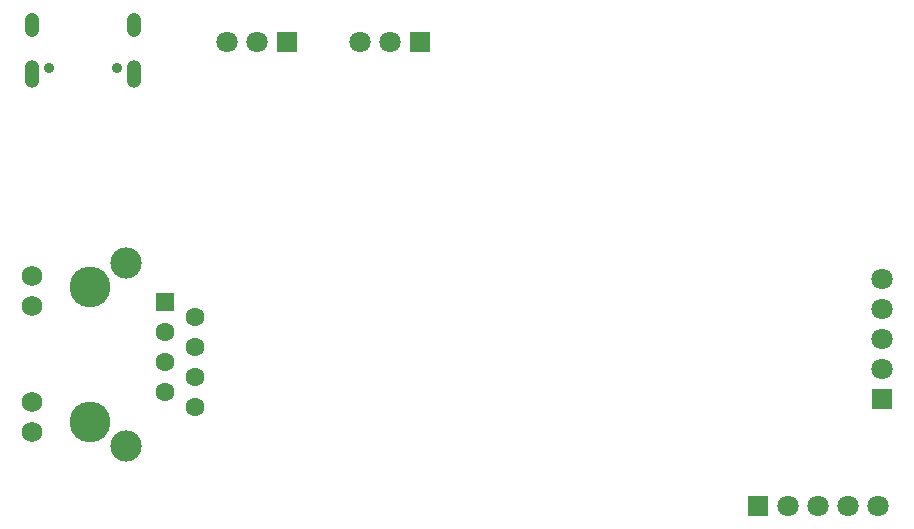
<source format=gbs>
G04*
G04 #@! TF.GenerationSoftware,Altium Limited,Altium Designer,24.9.1 (31)*
G04*
G04 Layer_Color=16711935*
%FSTAX44Y44*%
%MOMM*%
G71*
G04*
G04 #@! TF.SameCoordinates,77538C0C-0C9F-436E-B66A-60309351D6FF*
G04*
G04*
G04 #@! TF.FilePolarity,Negative*
G04*
G01*
G75*
%ADD47R,1.6012X1.6012*%
%ADD48C,1.6012*%
%ADD49C,1.7332*%
%ADD50C,2.6482*%
%ADD51C,3.4532*%
%ADD52C,1.8032*%
%ADD53R,1.8032X1.8032*%
%ADD54R,1.8032X1.8032*%
%ADD55O,1.2532X2.3532*%
%ADD56O,1.2532X2.0532*%
%ADD57C,0.9032*%
D47*
X0013208Y0023246D02*
D03*
D48*
X0015748Y0021976D02*
D03*
X0013208Y0020706D02*
D03*
X0015748Y0019436D02*
D03*
X0013208Y0018166D02*
D03*
X0015748Y0016896D02*
D03*
X0013208Y0015626D02*
D03*
X0015748Y0014356D02*
D03*
D49*
X0001958Y0025421D02*
D03*
Y0022881D02*
D03*
Y0012171D02*
D03*
Y0014711D02*
D03*
D50*
X0009908Y0026541D02*
D03*
Y0011051D02*
D03*
D51*
X0006858Y0013081D02*
D03*
Y0024511D02*
D03*
D52*
X00685038Y0005969D02*
D03*
X00659638D02*
D03*
X00710438D02*
D03*
X00735838D02*
D03*
X0073914Y0020066D02*
D03*
Y0017526D02*
D03*
Y0022606D02*
D03*
Y0025146D02*
D03*
X0032258Y0045212D02*
D03*
X0029718D02*
D03*
X00210058Y00452374D02*
D03*
X00184658D02*
D03*
D53*
X00634238Y0005969D02*
D03*
X0034798Y0045212D02*
D03*
X00235458Y00452374D02*
D03*
D54*
X0073914Y0014986D02*
D03*
D55*
X00019538Y00425352D02*
D03*
X00105938D02*
D03*
D56*
X00019538Y00466852D02*
D03*
X00105938D02*
D03*
D57*
X00033838Y00430352D02*
D03*
X00091638D02*
D03*
M02*

</source>
